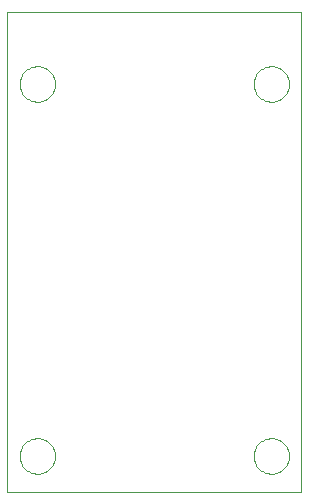
<source format=gko>
G75*
%MOIN*%
%OFA0B0*%
%FSLAX24Y24*%
%IPPOS*%
%LPD*%
%AMOC8*
5,1,8,0,0,1.08239X$1,22.5*
%
%ADD10C,0.0000*%
D10*
X000280Y000280D02*
X000280Y016280D01*
X010080Y016280D01*
X010080Y000280D01*
X000280Y000280D01*
X000689Y001480D02*
X000691Y001528D01*
X000697Y001576D01*
X000707Y001623D01*
X000720Y001669D01*
X000738Y001714D01*
X000758Y001758D01*
X000783Y001800D01*
X000811Y001839D01*
X000841Y001876D01*
X000875Y001910D01*
X000912Y001942D01*
X000950Y001971D01*
X000991Y001996D01*
X001034Y002018D01*
X001079Y002036D01*
X001125Y002050D01*
X001172Y002061D01*
X001220Y002068D01*
X001268Y002071D01*
X001316Y002070D01*
X001364Y002065D01*
X001412Y002056D01*
X001458Y002044D01*
X001503Y002027D01*
X001547Y002007D01*
X001589Y001984D01*
X001629Y001957D01*
X001667Y001927D01*
X001702Y001894D01*
X001734Y001858D01*
X001764Y001820D01*
X001790Y001779D01*
X001812Y001736D01*
X001832Y001692D01*
X001847Y001647D01*
X001859Y001600D01*
X001867Y001552D01*
X001871Y001504D01*
X001871Y001456D01*
X001867Y001408D01*
X001859Y001360D01*
X001847Y001313D01*
X001832Y001268D01*
X001812Y001224D01*
X001790Y001181D01*
X001764Y001140D01*
X001734Y001102D01*
X001702Y001066D01*
X001667Y001033D01*
X001629Y001003D01*
X001589Y000976D01*
X001547Y000953D01*
X001503Y000933D01*
X001458Y000916D01*
X001412Y000904D01*
X001364Y000895D01*
X001316Y000890D01*
X001268Y000889D01*
X001220Y000892D01*
X001172Y000899D01*
X001125Y000910D01*
X001079Y000924D01*
X001034Y000942D01*
X000991Y000964D01*
X000950Y000989D01*
X000912Y001018D01*
X000875Y001050D01*
X000841Y001084D01*
X000811Y001121D01*
X000783Y001160D01*
X000758Y001202D01*
X000738Y001246D01*
X000720Y001291D01*
X000707Y001337D01*
X000697Y001384D01*
X000691Y001432D01*
X000689Y001480D01*
X000689Y013880D02*
X000691Y013928D01*
X000697Y013976D01*
X000707Y014023D01*
X000720Y014069D01*
X000738Y014114D01*
X000758Y014158D01*
X000783Y014200D01*
X000811Y014239D01*
X000841Y014276D01*
X000875Y014310D01*
X000912Y014342D01*
X000950Y014371D01*
X000991Y014396D01*
X001034Y014418D01*
X001079Y014436D01*
X001125Y014450D01*
X001172Y014461D01*
X001220Y014468D01*
X001268Y014471D01*
X001316Y014470D01*
X001364Y014465D01*
X001412Y014456D01*
X001458Y014444D01*
X001503Y014427D01*
X001547Y014407D01*
X001589Y014384D01*
X001629Y014357D01*
X001667Y014327D01*
X001702Y014294D01*
X001734Y014258D01*
X001764Y014220D01*
X001790Y014179D01*
X001812Y014136D01*
X001832Y014092D01*
X001847Y014047D01*
X001859Y014000D01*
X001867Y013952D01*
X001871Y013904D01*
X001871Y013856D01*
X001867Y013808D01*
X001859Y013760D01*
X001847Y013713D01*
X001832Y013668D01*
X001812Y013624D01*
X001790Y013581D01*
X001764Y013540D01*
X001734Y013502D01*
X001702Y013466D01*
X001667Y013433D01*
X001629Y013403D01*
X001589Y013376D01*
X001547Y013353D01*
X001503Y013333D01*
X001458Y013316D01*
X001412Y013304D01*
X001364Y013295D01*
X001316Y013290D01*
X001268Y013289D01*
X001220Y013292D01*
X001172Y013299D01*
X001125Y013310D01*
X001079Y013324D01*
X001034Y013342D01*
X000991Y013364D01*
X000950Y013389D01*
X000912Y013418D01*
X000875Y013450D01*
X000841Y013484D01*
X000811Y013521D01*
X000783Y013560D01*
X000758Y013602D01*
X000738Y013646D01*
X000720Y013691D01*
X000707Y013737D01*
X000697Y013784D01*
X000691Y013832D01*
X000689Y013880D01*
X008489Y013880D02*
X008491Y013928D01*
X008497Y013976D01*
X008507Y014023D01*
X008520Y014069D01*
X008538Y014114D01*
X008558Y014158D01*
X008583Y014200D01*
X008611Y014239D01*
X008641Y014276D01*
X008675Y014310D01*
X008712Y014342D01*
X008750Y014371D01*
X008791Y014396D01*
X008834Y014418D01*
X008879Y014436D01*
X008925Y014450D01*
X008972Y014461D01*
X009020Y014468D01*
X009068Y014471D01*
X009116Y014470D01*
X009164Y014465D01*
X009212Y014456D01*
X009258Y014444D01*
X009303Y014427D01*
X009347Y014407D01*
X009389Y014384D01*
X009429Y014357D01*
X009467Y014327D01*
X009502Y014294D01*
X009534Y014258D01*
X009564Y014220D01*
X009590Y014179D01*
X009612Y014136D01*
X009632Y014092D01*
X009647Y014047D01*
X009659Y014000D01*
X009667Y013952D01*
X009671Y013904D01*
X009671Y013856D01*
X009667Y013808D01*
X009659Y013760D01*
X009647Y013713D01*
X009632Y013668D01*
X009612Y013624D01*
X009590Y013581D01*
X009564Y013540D01*
X009534Y013502D01*
X009502Y013466D01*
X009467Y013433D01*
X009429Y013403D01*
X009389Y013376D01*
X009347Y013353D01*
X009303Y013333D01*
X009258Y013316D01*
X009212Y013304D01*
X009164Y013295D01*
X009116Y013290D01*
X009068Y013289D01*
X009020Y013292D01*
X008972Y013299D01*
X008925Y013310D01*
X008879Y013324D01*
X008834Y013342D01*
X008791Y013364D01*
X008750Y013389D01*
X008712Y013418D01*
X008675Y013450D01*
X008641Y013484D01*
X008611Y013521D01*
X008583Y013560D01*
X008558Y013602D01*
X008538Y013646D01*
X008520Y013691D01*
X008507Y013737D01*
X008497Y013784D01*
X008491Y013832D01*
X008489Y013880D01*
X008489Y001480D02*
X008491Y001528D01*
X008497Y001576D01*
X008507Y001623D01*
X008520Y001669D01*
X008538Y001714D01*
X008558Y001758D01*
X008583Y001800D01*
X008611Y001839D01*
X008641Y001876D01*
X008675Y001910D01*
X008712Y001942D01*
X008750Y001971D01*
X008791Y001996D01*
X008834Y002018D01*
X008879Y002036D01*
X008925Y002050D01*
X008972Y002061D01*
X009020Y002068D01*
X009068Y002071D01*
X009116Y002070D01*
X009164Y002065D01*
X009212Y002056D01*
X009258Y002044D01*
X009303Y002027D01*
X009347Y002007D01*
X009389Y001984D01*
X009429Y001957D01*
X009467Y001927D01*
X009502Y001894D01*
X009534Y001858D01*
X009564Y001820D01*
X009590Y001779D01*
X009612Y001736D01*
X009632Y001692D01*
X009647Y001647D01*
X009659Y001600D01*
X009667Y001552D01*
X009671Y001504D01*
X009671Y001456D01*
X009667Y001408D01*
X009659Y001360D01*
X009647Y001313D01*
X009632Y001268D01*
X009612Y001224D01*
X009590Y001181D01*
X009564Y001140D01*
X009534Y001102D01*
X009502Y001066D01*
X009467Y001033D01*
X009429Y001003D01*
X009389Y000976D01*
X009347Y000953D01*
X009303Y000933D01*
X009258Y000916D01*
X009212Y000904D01*
X009164Y000895D01*
X009116Y000890D01*
X009068Y000889D01*
X009020Y000892D01*
X008972Y000899D01*
X008925Y000910D01*
X008879Y000924D01*
X008834Y000942D01*
X008791Y000964D01*
X008750Y000989D01*
X008712Y001018D01*
X008675Y001050D01*
X008641Y001084D01*
X008611Y001121D01*
X008583Y001160D01*
X008558Y001202D01*
X008538Y001246D01*
X008520Y001291D01*
X008507Y001337D01*
X008497Y001384D01*
X008491Y001432D01*
X008489Y001480D01*
M02*

</source>
